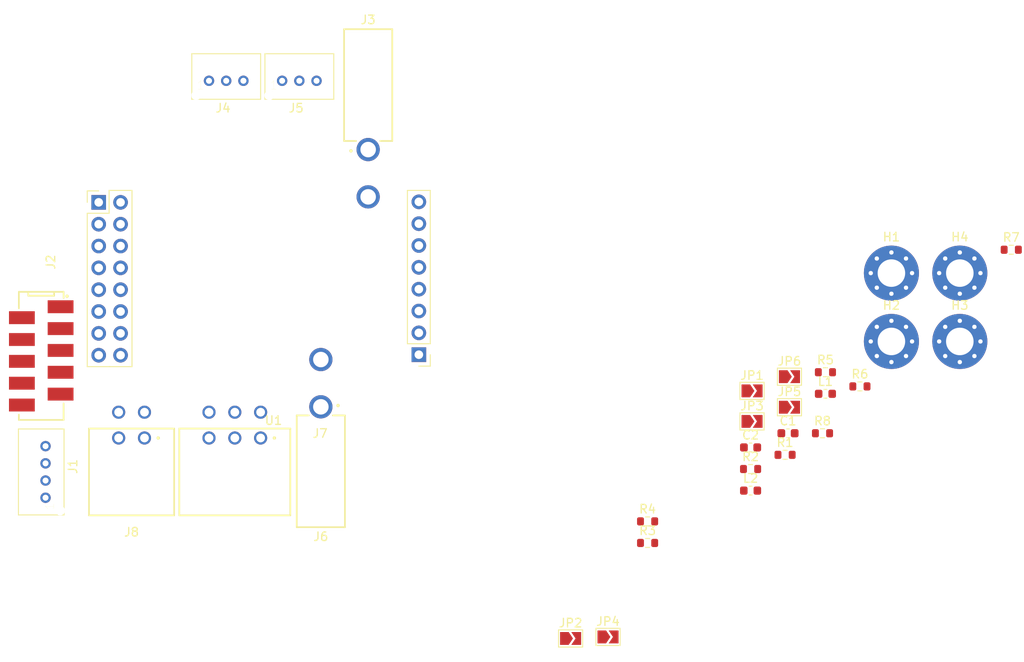
<source format=kicad_pcb>
(kicad_pcb (version 20211014) (generator pcbnew)
  (layers (0 "F.Cu" signal) (31 "B.Cu" signal) (34 "B.Paste" user) (35 "F.Paste" user) (36 "B.SilkS" user "B.Silkscreen") (37 "F.SilkS" user "F.Silkscreen") (38 "B.Mask" user) (39 "F.Mask" user) (44 "Edge.Cuts" user))
  (net 0 "")
  (net 1 "/EAO")
  (net 2 "GND")
  (net 3 "/EBO")
  (net 4 "/BUS_B")
  (net 5 "/BUS_A")
  (net 6 "+5V")
  (net 7 "/~{RST}")
  (net 8 "/~{AU}")
  (net 9 "+12V")
  (net 10 "+3.3V")
  (net 11 "VCC")
  (net 12 "Net-(J4-Pad2)")
  (net 13 "Net-(J4-Pad1)")
  (net 14 "Net-(J5-Pad2)")
  (net 15 "Net-(J5-Pad1)")
  (net 16 "/OUTB")
  (net 17 "/OUTA")
  (net 18 "/EBI")
  (net 19 "GNDA")
  (net 20 "/EAI")
  (net 21 "+5VA")
  (net 22 "/IN1")
  (net 23 "/IN2")
  (footprint "Jumper:SolderJumper-2_P1.3mm_Open_TrianglePad1.0x1.5mm" (layer "F.Cu") (at 134.53 141.87)
    (fp_text reference "JP2" (at 0 -1.8) (layer "F.SilkS"))
    (fp_text value "SolderJumper_2_Open")
    (fp_line (start 1.4 1) (end -1.4 1) (layer "F.SilkS") (width 0.12))
    (fp_line (start 1.4 -1) (end 1.4 1) (layer "F.SilkS") (width 0.12))
    (fp_line (start -1.4 1) (end -1.4 -1) (layer "F.SilkS") (width 0.12))
    (fp_line (start -1.4 -1) (end 1.4 -1) (layer "F.SilkS") (width 0.12))
    (pad "1" smd custom (at -0.725 0) (size 0.3 0.3) (layers "F.Cu" "F.Mask") (net 9 "+12V") (options (clearance outline) (anchor rect)) (primitives (gr_poly (pts (xy 1 0) (xy 0.5 0.75) (xy -0.5 0.75) (xy -0.5 -0.75) (xy 0.5 -0.75)) (width 0) (fill yes))))
    (pad "2" smd custom (at 0.725 0) (size 0.3 0.3) (layers "F.Cu" "F.Mask") (net 15 "Net-(J5-Pad1)") (options (clearance outline) (anchor rect)) (primitives (gr_poly (pts (xy 0.5 0.75) (xy -0.65 0.75) (xy -0.15 0) (xy -0.65 -0.75) (xy 0.5 -0.75)) (width 0) (fill yes))))
  )
  (footprint "MountingHole:MountingHole_3.2mm_M3_Pad_Via" (layer "F.Cu") (at 179.77 107.32)
    (fp_text reference "H3" (at 0 -4.2) (layer "F.SilkS"))
    (fp_text value "MountingHole_Pad")
    (pad "1" thru_hole circle (at -1.697056 1.697056) (size 0.8 0.8) (drill 0.5) (layers *.Cu *.Mask) (net 2 "GND"))
    (pad "1" thru_hole circle (at -1.697056 -1.697056) (size 0.8 0.8) (drill 0.5) (layers *.Cu *.Mask) (net 2 "GND"))
    (pad "1" thru_hole circle (at 1.697056 1.697056) (size 0.8 0.8) (drill 0.5) (layers *.Cu *.Mask) (net 2 "GND"))
    (pad "1" thru_hole circle (at 1.697056 -1.697056) (size 0.8 0.8) (drill 0.5) (layers *.Cu *.Mask) (net 2 "GND"))
    (pad "1" thru_hole circle (at -2.4 0) (size 0.8 0.8) (drill 0.5) (layers *.Cu *.Mask) (net 2 "GND"))
    (pad "1" thru_hole circle (at 0 0) (size 6.4 6.4) (drill 3.2) (layers *.Cu *.Mask) (net 2 "GND"))
    (pad "1" thru_hole circle (at 0 2.4) (size 0.8 0.8) (drill 0.5) (layers *.Cu *.Mask) (net 2 "GND"))
    (pad "1" thru_hole circle (at 0 -2.4) (size 0.8 0.8) (drill 0.5) (layers *.Cu *.Mask) (net 2 "GND"))
    (pad "1" thru_hole circle (at 2.4 0) (size 0.8 0.8) (drill 0.5) (layers *.Cu *.Mask) (net 2 "GND"))
  )
  (footprint "ConnectorsEvo:B03B-PASK" (layer "F.Cu") (at 94.5 77 180)
    (fp_text reference "J4" (at 0.365 -3.175) (layer "F.SilkS"))
    (fp_text value "Conn_01x03_Male")
    (fp_text user "1" (at 2.968 -0.5) (layer "F.SilkS") (effects (font (thickness 0.015))))
    (fp_line (start 4 -2.15) (end 4 3.15) (layer "F.SilkS") (width 0.12))
    (fp_line (start -4 3.15) (end -4 -2.15) (layer "F.SilkS") (width 0.12))
    (fp_line (start -4 -2.15) (end 4 -2.15) (layer "F.SilkS") (width 0.12))
    (fp_line (start 4 3.15) (end -4 3.15) (layer "F.SilkS") (width 0.12))
    (pad "" np_thru_hole circle locked (at 3.5 -1.7 180) (size 1.1 1.1) (drill 1.1) (layers *.Cu *.Mask))
    (pad "1" thru_hole circle locked (at 2 0 180) (size 1.208 1.208) (drill 0.7) (layers *.Cu *.Mask) (net 13 "Net-(J4-Pad1)"))
    (pad "2" thru_hole circle locked (at 0 0 180) (size 1.208 1.208) (drill 0.7) (layers *.Cu *.Mask) (net 12 "Net-(J4-Pad2)"))
    (pad "3" thru_hole circle locked (at -2 0 180) (size 1.208 1.208) (drill 0.7) (layers *.Cu *.Mask) (net 2 "GND"))
  )
  (footprint "ComponentsEvo:evo-motor-controller" (layer "F.Cu") (at 100 100)
    (fp_text reference "U1" (at 0 16.51) (layer "F.SilkS"))
    (fp_text value "evo-motor-controller")
    (fp_line (start -16.45 -10.25) (end -16.45 10.25) (layer "F.SilkS") (width 0.12))
    (fp_line (start -21.65 -8.86) (end -21.65 -10.19) (layer "F.SilkS") (width 0.12))
    (fp_line (start 15.561 7.59) (end 15.561 -10.25) (layer "F.SilkS") (width 0.12))
    (fp_line (start 18.221 -10.25) (end 15.561 -10.25) (layer "F.SilkS") (width 0.12))
    (fp_line (start -21.65 -7.59) (end -21.65 10.25) (layer "F.SilkS") (width 0.12))
    (fp_line (start -19.11 10.25) (end -16.45 10.25) (layer "F.SilkS") (width 0.12))
    (fp_line (start -21.65 -7.59) (end -19.11 -7.59) (layer "F.SilkS") (width 0.12))
    (fp_line (start -21.65 10.25) (end -18.99 10.25) (layer "F.SilkS") (width 0.12))
    (fp_line (start -19.11 -10.25) (end -16.45 -10.25) (layer "F.SilkS") (width 0.12))
    (fp_line (start 18.221 7.59) (end 15.561 7.59) (layer "F.SilkS") (width 0.12))
    (fp_line (start 18.221 8.86) (end 18.221 10.19) (layer "F.SilkS") (width 0.12))
    (fp_line (start 18.221 7.59) (end 18.221 -10.25) (layer "F.SilkS") (width 0.12))
    (fp_line (start -21.65 -10.19) (end -20.32 -10.19) (layer "F.SilkS") (width 0.12))
    (fp_line (start 18.221 10.19) (end 16.891 10.19) (layer "F.SilkS") (width 0.12))
    (fp_line (start -19.11 -7.59) (end -19.11 -10.25) (layer "F.SilkS") (width 0.12))
    (pad "1" thru_hole rect (at -20.32 -8.86) (size 1.7 1.7) (drill 1) (layers *.Cu *.Mask))
    (pad "2" thru_hole oval (at -20.32 -6.32) (size 1.7 1.7) (drill 1) (layers *.Cu *.Mask))
    (pad "3" thru_hole oval (at -20.32 -3.78) (size 1.7 1.7) (drill 1) (layers *.Cu *.Mask) (net 7 "/~{RST}"))
    (pad "4" thru_hole oval (at -20.32 -1.24) (size 1.7 1.7) (drill 1) (layers *.Cu *.Mask))
    (pad "5" thru_hole oval (at -20.32 1.3) (size 1.7 1.7) (drill 1) (layers *.Cu *.Mask) (net 5 "/BUS_A"))
    (pad "6" thru_hole oval (at -20.32 3.84) (size 1.7 1.7) (drill 1) (layers *.Cu *.Mask))
    (pad "7" thru_hole oval (at -20.32 6.38) (size 1.7 1.7) (drill 1) (layers *.Cu *.Mask) (net 2 "GND"))
    (pad "8" thru_hole oval (at -20.32 8.92) (size 1.7 1.7) (drill 1) (layers *.Cu *.Mask) (net 4 "/BUS_B"))
    (pad "9" thru_hole circle (at -17.78 -8.86) (size 1.7 1.7) (drill 1) (layers *.Cu *.Mask) (net 9 "+12V"))
    (pad "10" thru_hole oval (at -17.78 -6.32) (size 1.7 1.7) (drill 1) (layers *.Cu *.Mask) (net 6 "+5V"))
    (pad "11" thru_hole oval (at -17.78 -3.78) (size 1.7 1.7) (drill 1) (layers *.Cu *.Mask) (net 10 "+3.3V"))
    (pad "12" thru_hole oval (at -17.78 -1.24) (size 1.7 1.7) (drill 1) (layers *.Cu *.Mask) (net 22 "/IN1"))
    (pad "13" thru_hole oval (at -17.78 1.3) (size 1.7 1.7) (drill 1) (layers *.Cu *.Mask) (net 23 "/IN2"))
    (pad "14" thru_hole oval (at -17.78 3.84) (size 1.7 1.7) (drill 1) (layers *.Cu *.Mask) (net 1 "/EAO"))
    (pad "15" thru_hole oval (at -17.78 6.38) (size 1.7 1.7) (drill 1) (layers *.Cu *.Mask) (net 3 "/EBO"))
    (pad "16" thru_hole oval (at -17.78 8.92) (size 1.7 1.7) (drill 1) (layers *.Cu *.Mask) (net 8 "/~{AU}"))
    (pad "A" thru_hole oval (at 16.891 -8.92 180) (size 1.7 1.7) (drill 1) (layers *.Cu *.Mask) (net 2 "GND"))
    (pad "A" thru_hole oval (at 16.891 -6.38 180) (size 1.7 1.7) (drill 1) (layers *.Cu *.Mask) (net 2 "GND"))
    (pad "B" thru_hole oval (at 16.891 -1.3 180) (size 1.7 1.7) (drill 1) (layers *.Cu *.Mask) (net 17 "/OUTA"))
    (pad "B" thru_hole oval (at 16.891 -3.84 180) (size 1.7 1.7) (drill 1) (layers *.Cu *.Mask) (net 17 "/OUTA"))
    (pad "C" thru_hole oval (at 16.891 3.78 180) (size 1.7 1.7) (drill 1) (layers *.Cu *.Mask) (net 16 "/OUTB"))
    (pad "C" thru_hole oval (at 16.891 1.24 180) (size 1.7 1.7) (drill 1) (layers *.Cu *.Mask) (net 16 "/OUTB"))
    (pad "D" thru_hole oval (at 16.891 6.32 180) (size 1.7 1.7) (drill 1) (layers *.Cu *.Mask) (net 11 "VCC"))
    (pad "D" thru_hole rect (at 16.891 8.86 180) (size 1.7 1.7) (drill 1) (layers *.Cu *.Mask) (net 11 "VCC"))
  )
  (footprint "ConnectorsEvo:B03B-PASK" (layer "F.Cu") (at 103 77 180)
    (fp_text reference "J5" (at 0.365 -3.175) (layer "F.SilkS"))
    (fp_text value "Conn_01x03_Male")
    (fp_text user "1" (at 2.968 -0.5) (layer "F.SilkS") (effects (font (thickness 0.015))))
    (fp_line (start -4 3.15) (end -4 -2.15) (layer "F.SilkS") (width 0.12))
    (fp_line (start -4 -2.15) (end 4 -2.15) (layer "F.SilkS") (width 0.12))
    (fp_line (start 4 -2.15) (end 4 3.15) (layer "F.SilkS") (width 0.12))
    (fp_line (start 4 3.15) (end -4 3.15) (layer "F.SilkS") (width 0.12))
    (pad "" np_thru_hole circle locked (at 3.5 -1.7 180) (size 1.1 1.1) (drill 1.1) (layers *.Cu *.Mask))
    (pad "1" thru_hole circle locked (at 2 0 180) (size 1.208 1.208) (drill 0.7) (layers *.Cu *.Mask) (net 15 "Net-(J5-Pad1)"))
    (pad "2" thru_hole circle locked (at 0 0 180) (size 1.208 1.208) (drill 0.7) (layers *.Cu *.Mask) (net 14 "Net-(J5-Pad2)"))
    (pad "3" thru_hole circle locked (at -2 0 180) (size 1.208 1.208) (drill 0.7) (layers *.Cu *.Mask) (net 2 "GND"))
  )
  (footprint "ConnectorsEvo:649002227222" (layer "F.Cu") (at 105.5 122.425)
    (fp_text reference "J6" (at 0 7.6) (layer "F.SilkS"))
    (fp_text value "Conn_02x01")
    (fp_line (start -2.8 6.5) (end 2.8 6.5) (layer "F.SilkS") (width 0.2))
    (fp_line (start 2.8 -6.5) (end 1.4 -6.5) (layer "F.SilkS") (width 0.2))
    (fp_line (start -2.8 -6.5) (end -2.8 6.5) (layer "F.SilkS") (width 0.2))
    (fp_line (start -1.4 -6.5) (end -2.8 -6.5) (layer "F.SilkS") (width 0.2))
    (fp_line (start 2.8 6.5) (end 2.8 -6.5) (layer "F.SilkS") (width 0.2))
    (fp_circle (center 2 -7.65) (end 2.1 -7.65) (layer "F.SilkS") (width 0.2) (fill none))
    (pad "" np_thru_hole circle locked (at 0 -0.2) (size 3 3) (drill 3) (layers *.Cu *.Mask))
    (pad "1" thru_hole circle locked (at 0 -7.5) (size 2.7 2.7) (drill 1.8) (layers *.Cu *.Mask) (net 17 "/OUTA"))
    (pad "2" thru_hole circle locked (at 0 -13) (size 2.7 2.7) (drill 1.8) (layers *.Cu *.Mask) (net 16 "/OUTB"))
  )
  (footprint "Resistor_SMD:R_0603_1608Metric" (layer "F.Cu") (at 143.48 130.76)
    (fp_text reference "R3" (at 0 -1.43) (layer "F.SilkS"))
    (fp_text value "33k")
    (fp_line (start -0.237258 0.5225) (end 0.237258 0.5225) (layer "F.SilkS") (width 0.12))
    (fp_line (start -0.237258 -0.5225) (end 0.237258 -0.5225) (layer "F.SilkS") (width 0.12))
    (pad "1" smd roundrect (at -0.825 0) (size 0.8 0.95) (layers "F.Cu" "F.Paste" "F.Mask") (net 20 "/EAI"))
    (pad "2" smd roundrect (at 0.825 0) (size 0.8 0.95) (layers "F.Cu" "F.Paste" "F.Mask") (net 2 "GND"))
  )
  (footprint "Inductor_SMD:L_0603_1608Metric" (layer "F.Cu") (at 155.45 124.67)
    (fp_text reference "L2" (at 0 -1.43) (layer "F.SilkS"))
    (fp_text value "3.3 uH")
    (fp_line (start -0.162779 -0.51) (end 0.162779 -0.51) (layer "F.SilkS") (width 0.12))
    (fp_line (start -0.162779 0.51) (end 0.162779 0.51) (layer "F.SilkS") (width 0.12))
    (pad "1" smd roundrect (at -0.7875 0) (size 0.875 0.95) (layers "F.Cu" "F.Paste" "F.Mask") (net 2 "GND"))
    (pad "2" smd roundrect (at 0.7875 0) (size 0.875 0.95) (layers "F.Cu" "F.Paste" "F.Mask") (net 19 "GNDA"))
  )
  (footprint "ConnectorsEvo:690367281076" (layer "F.Cu") (at 73 109 -90)
    (fp_text reference "J2" (at -10.915 -1.108 90) (layer "F.SilkS"))
    (fp_text value "Conn_02x05_Odd_Even")
    (fp_line (start -7.45 2.6) (end -5.54 2.6) (layer "F.SilkS") (width 0.2))
    (fp_line (start -7.45 -2.6) (end -7.45 2.6) (layer "F.SilkS") (width 0.2))
    (fp_line (start -7 -1.5) (end -7 1.5) (layer "F.SilkS") (width 0.2))
    (fp_line (start 5.54 -2.6) (end 7.45 -2.6) (layer "F.SilkS") (width 0.2))
    (fp_line (start -7.4 -1.5) (end -7 -1.5) (layer "F.SilkS") (width 0.2))
    (fp_line (start 7.45 -2.6) (end 7.45 2.6) (layer "F.SilkS") (width 0.2))
    (fp_line (start 7.45 2.6) (end 6.84 2.6) (layer "F.SilkS") (width 0.2))
    (fp_line (start -7 1.5) (end -7.4 1.5) (layer "F.SilkS") (width 0.2))
    (fp_line (start -6.74 -2.6) (end -7.45 -2.6) (layer "F.SilkS") (width 0.2))
    (fp_circle (center -6.94 -3) (end -6.84 -3) (layer "F.SilkS") (width 0.2) (fill none))
    (pad "1" smd rect locked (at -5.715 -2.25 270) (size 1.5 3) (layers "F.Cu" "F.Paste" "F.Mask") (net 6 "+5V"))
    (pad "2" smd rect locked (at -4.445 2.25 270) (size 1.5 3) (layers "F.Cu" "F.Paste" "F.Mask") (net 9 "+12V"))
    (pad "3" smd rect locked (at -3.175 -2.25 270) (size 1.5 3) (layers "F.Cu" "F.Paste" "F.Mask") (net 6 "+5V"))
    (pad "4" smd rect locked (at -1.905 2.25 270) (size 1.5 3) (layers "F.Cu" "F.Paste" "F.Mask") (net 10 "+3.3V"))
    (pad "5" smd rect locked (at -0.635 -2.25 270) (size 1.5 3) (layers "F.Cu" "F.Paste" "F.Mask") (net 2 "GND"))
    (pad "6" smd rect locked (at 0.635 2.25 270) (size 1.5 3) (layers "F.Cu" "F.Paste" "F.Mask") (net 2 "GND"))
    (pad "7" smd rect locked (at 1.905 -2.25 270) (size 1.5 3) (layers "F.Cu" "F.Paste" "F.Mask") (net 5 "/BUS_A"))
    (pad "8" smd rect locked (at 3.175 2.25 270) (size 1.5 3) (layers "F.Cu" "F.Paste" "F.Mask") (net 8 "/~{AU}"))
    (pad "9" smd rect locked (at 4.445 -2.25 270) (size 1.5 3) (layers "F.Cu" "F.Paste" "F.Mask") (net 4 "/BUS_B"))
    (pad "10" smd rect locked (at 5.715 2.25 270) (size 1.5 3) (layers "F.Cu" "F.Paste" "F.Mask") (net 7 "/~{RST}"))
  )
  (footprint "Capacitor_SMD:C_0603_1608Metric" (layer "F.Cu") (at 159.8 118)
    (fp_text reference "C1" (at 0 -1.43) (layer "F.SilkS"))
    (fp_text value "1nF")
    (fp_line (start -0.14058 0.51) (end 0.14058 0.51) (layer "F.SilkS") (width 0.12))
    (fp_line (start -0.14058 -0.51) (end 0.14058 -0.51) (layer "F.SilkS") (width 0.12))
    (pad "1" smd roundrect (at -0.775 0) (size 0.9 0.95) (layers "F.Cu" "F.Paste" "F.Mask") (net 1 "/EAO"))
    (pad "2" smd roundrect (at 0.775 0) (size 0.9 0.95) (layers "F.Cu" "F.Paste" "F.Mask") (net 2 "GND"))
  )
  (footprint "Resistor_SMD:R_0603_1608Metric" (layer "F.Cu") (at 159.46 120.51)
    (fp_text reference "R1" (at 0 -1.43) (layer "F.SilkS"))
    (fp_text value "470")
    (fp_line (start -0.237258 -0.5225) (end 0.237258 -0.5225) (layer "F.SilkS") (width 0.12))
    (fp_line (start -0.237258 0.5225) (end 0.237258 0.5225) (layer "F.SilkS") (width 0.12))
    (pad "1" smd roundrect (at -0.825 0) (size 0.8 0.95) (layers "F.Cu" "F.Paste" "F.Mask") (net 1 "/EAO"))
    (pad "2" smd roundrect (at 0.825 0) (size 0.8 0.95) (layers "F.Cu" "F.Paste" "F.Mask") (net 20 "/EAI"))
  )
  (footprint "Jumper:SolderJumper-2_P1.3mm_Open_TrianglePad1.0x1.5mm" (layer "F.Cu") (at 155.62 113.07)
    (fp_text reference "JP1" (at 0 -1.8) (layer "F.SilkS"))
    (fp_text value "SolderJumper_2_Open")
    (fp_line (start -1.4 1) (end -1.4 -1) (layer "F.SilkS") (width 0.12))
    (fp_line (start -1.4 -1) (end 1.4 -1) (layer "F.SilkS") (width 0.12))
    (fp_line (start 1.4 -1) (end 1.4 1) (layer "F.SilkS") (width 0.12))
    (fp_line (start 1.4 1) (end -1.4 1) (layer "F.SilkS") (width 0.12))
    (pad "1" smd custom (at -0.725 0) (size 0.3 0.3) (layers "F.Cu" "F.Mask") (net 9 "+12V") (options (clearance outline) (anchor rect)) (primitives (gr_poly (pts (xy 1 0) (xy 0.5 0.75) (xy -0.5 0.75) (xy -0.5 -0.75) (xy 0.5 -0.75)) (width 0) (fill yes))))
    (pad "2" smd custom (at 0.725 0) (size 0.3 0.3) (layers "F.Cu" "F.Mask") (net 13 "Net-(J4-Pad1)") (options (clearance outline) (anchor rect)) (primitives (gr_poly (pts (xy 0.5 0.75) (xy -0.65 0.75) (xy -0.15 0) (xy -0.65 -0.75) (xy 0.5 -0.75)) (width 0) (fill yes))))
  )
  (footprint "Jumper:SolderJumper-2_P1.3mm_Open_TrianglePad1.0x1.5mm" (layer "F.Cu") (at 155.62 116.62)
    (fp_text reference "JP3" (at 0 -1.8) (layer "F.SilkS"))
    (fp_text value "SolderJumper_2_Open")
    (fp_line (start -1.4 -1) (end 1.4 -1) (layer "F.SilkS") (width 0.12))
    (fp_line (start 1.4 1) (end -1.4 1) (layer "F.SilkS") (width 0.12))
    (fp_line (start 1.4 -1) (end 1.4 1) (layer "F.SilkS") (width 0.12))
    (fp_line (start -1.4 1) (end -1.4 -1) (layer "F.SilkS") (width 0.12))
    (pad "1" smd custom (at -0.725 0) (size 0.3 0.3) (layers "F.Cu" "F.Mask") (net 6 "+5V") (options (clearance outline) (anchor rect)) (primitives (gr_poly (pts (xy 1 0) (xy 0.5 0.75) (xy -0.5 0.75) (xy -0.5 -0.75) (xy 0.5 -0.75)) (width 0) (fill yes))))
    (pad "2" smd custom (at 0.725 0) (size 0.3 0.3) (layers "F.Cu" "F.Mask") (net 13 "Net-(J4-Pad1)") (options (clearance outline) (anchor rect)) (primitives (gr_poly (pts (xy 0.5 0.75) (xy -0.65 0.75) (xy -0.15 0) (xy -0.65 -0.75) (xy 0.5 -0.75)) (width 0) (fill yes))))
  )
  (footprint "Resistor_SMD:R_0603_1608Metric" (layer "F.Cu") (at 168.16 112.55)
    (fp_text reference "R6" (at 0 -1.43) (layer "F.SilkS"))
    (fp_text value "R")
    (fp_line (start -0.237258 -0.5225) (end 0.237258 -0.5225) (layer "F.SilkS") (width 0.12))
    (fp_line (start -0.237258 0.5225) (end 0.237258 0.5225) (layer "F.SilkS") (width 0.12))
    (pad "1" smd roundrect (at -0.825 0) (size 0.8 0.95) (layers "F.Cu" "F.Paste" "F.Mask") (net 14 "Net-(J5-Pad2)"))
    (pad "2" smd roundrect (at 0.825 0) (size 0.8 0.95) (layers "F.Cu" "F.Paste" "F.Mask") (net 23 "/IN2"))
  )
  (footprint "Capacitor_SMD:C_0603_1608Metric" (layer "F.Cu") (at 155.45 119.65)
    (fp_text reference "C2" (at 0 -1.43) (layer "F.SilkS"))
    (fp_text value "1nF")
    (fp_line (start -0.14058 0.51) (end 0.14058 0.51) (layer "F.SilkS") (width 0.12))
    (fp_line (start -0.14058 -0.51) (end 0.14058 -0.51) (layer "F.SilkS") (width 0.12))
    (pad "1" smd roundrect (at -0.775 0) (size 0.9 0.95) (layers "F.Cu" "F.Paste" "F.Mask") (net 3 "/EBO"))
    (pad "2" smd roundrect (at 0.775 0) (size 0.9 0.95) (layers "F.Cu" "F.Paste" "F.Mask") (net 2 "GND"))
  )
  (footprint "Resistor_SMD:R_0603_1608Metric" (layer "F.Cu") (at 163.81 118)
    (fp_text reference "R8" (at 0 -1.43) (layer "F.SilkS"))
    (fp_text value "R")
    (fp_line (start -0.237258 0.5225) (end 0.237258 0.5225) (layer "F.SilkS") (width 0.12))
    (fp_line (start -0.237258 -0.5225) (end 0.237258 -0.5225) (layer "F.SilkS") (width 0.12))
    (pad "1" smd roundrect (at -0.825 0) (size 0.8 0.95) (layers "F.Cu" "F.Paste" "F.Mask") (net 23 "/IN2"))
    (pad "2" smd roundrect (at 0.825 0) (size 0.8 0.95) (layers "F.Cu" "F.Paste" "F.Mask") (net 2 "GND"))
  )
  (footprint "Resistor_SMD:R_0603_1608Metric" (layer "F.Cu") (at 185.75 96.65)
    (fp_text reference "R7" (at 0 -1.43) (layer "F.SilkS"))
    (fp_text value "R")
    (fp_line (start -0.237258 0.5225) (end 0.237258 0.5225) (layer "F.SilkS") (width 0.12))
    (fp_line (start -0.237258 -0.5225) (end 0.237258 -0.5225) (layer "F.SilkS") (width 0.12))
    (pad "1" smd roundrect (at -0.825 0) (size 0.8 0.95) (layers "F.Cu" "F.Paste" "F.Mask") (net 22 "/IN1"))
    (pad "2" smd roundrect (at 0.825 0) (size 0.8 0.95) (layers "F.Cu" "F.Paste" "F.Mask") (net 2 "GND"))
  )
  (footprint "MountingHole:MountingHole_3.2mm_M3_Pad_Via" (layer "F.Cu") (at 171.82 107.32)
    (fp_text reference "H2" (at 0 -4.2) (layer "F.SilkS"))
    (fp_text value "MountingHole_Pad")
    (pad "1" thru_hole circle (at -1.697056 1.697056) (size 0.8 0.8) (drill 0.5) (layers *.Cu *.Mask) (net 2 "GND"))
    (pad "1" thru_hole circle (at 0 -2.4) (size 0.8 0.8) (drill 0.5) (layers *.Cu *.Mask) (net 2 "GND"))
    (pad "1" thru_hole circle (at 1.697056 1.697056) (size 0.8 0.8) (drill 0.5) (layers *.Cu *.Mask) (net 2 "GND"))
    (pad "1" thru_hole circle (at -2.4 0) (size 0.8 0.8) (drill 0.5) (layers *.Cu *.Mask) (net 2 "GND"))
    (pad "1" thru_hole circle (at 0 0) (size 6.4 6.4) (drill 3.2) (layers *.Cu *.Mask) (net 2 "GND"))
    (pad "1" thru_hole circle (at 0 2.4) (size 0.8 0.8) (drill 0.5) (layers *.Cu *.Mask) (net 2 "GND"))
    (pad "1" thru_hole circle (at 1.697056 -1.697056) (size 0.8 0.8) (drill 0.5) (layers *.Cu *.Mask) (net 2 "GND"))
    (pad "1" thru_hole circle (at -1.697056 -1.697056) (size 0.8 0.8) (drill 0.5) (layers *.Cu *.Mask) (net 2 "GND"))
    (pad "1" thru_hole circle (at 2.4 0) (size 0.8 0.8) (drill 0.5) (layers *.Cu *.Mask) (net 2 "GND"))
  )
  (footprint "Jumper:SolderJumper-2_P1.3mm_Open_TrianglePad1.0x1.5mm" (layer "F.Cu") (at 138.88 141.69)
    (fp_text reference "JP4" (at 0 -1.8) (layer "F.SilkS"))
    (fp_text value "SolderJumper_2_Open")
    (fp_line (start 1.4 -1) (end 1.4 1) (layer "F.SilkS") (width 0.12))
    (fp_line (start -1.4 -1) (end 1.4 -1) (layer "F.SilkS") (width 0.12))
    (fp_line (start 1.4 1) (end -1.4 1) (layer "F.SilkS") (width 0.12))
    (fp_line (start -1.4 1) (end -1.4 -1) (layer "F.SilkS") (width 0.12))
    (pad "1" smd custom (at -0.725 0) (size 0.3 0.3) (layers "F.Cu" "F.Mask") (net 6 "+5V") (options (clearance outline) (anchor rect)) (primitives (gr_poly (pts (xy 1 0) (xy 0.5 0.75) (xy -0.5 0.75) (xy -0.5 -0.75) (xy 0.5 -0.75)) (width 0) (fill yes))))
    (pad "2" smd custom (at 0.725 0) (size 0.3 0.3) (layers "F.Cu" "F.Mask") (net 15 "Net-(J5-Pad1)") (options (clearance outline) (anchor rect)) (primitives (gr_poly (pts (xy 0.5 0.75) (xy -0.65 0.75) (xy -0.15 0) (xy -0.65 -0.75) (xy 0.5 -0.75)) (width 0) (fill yes))))
  )
  (footprint "Resistor_SMD:R_0603_1608Metric" (layer "F.Cu") (at 143.48 128.25)
    (fp_text reference "R4" (at 0 -1.43) (layer "F.SilkS"))
    (fp_text value "33k")
    (fp_line (start -0.237258 0.5225) (end 0.237258 0.5225) (layer "F.SilkS") (width 0.12))
    (fp_line (start -0.237258 -0.5225) (end 0.237258 -0.5225) (layer "F.SilkS") (width 0.12))
    (pad "1" smd roundrect (at -0.825 0) (size 0.8 0.95) (layers "F.Cu" "F.Paste" "F.Mask") (net 18 "/EBI"))
    (pad "2" smd roundrect (at 0.825 0) (size 0.8 0.95) (layers "F.Cu" "F.Paste" "F.Mask") (net 2 "GND"))
  )
  (footprint "MountingHole:MountingHole_3.2mm_M3_Pad_Via" (layer "F.Cu") (at 179.77 99.37)
    (fp_text reference "H4" (at 0 -4.2) (layer "F.SilkS"))
    (fp_text value "MountingHole_Pad")
    (pad "1" thru_hole circle (at 0 -2.4) (size 0.8 0.8) (drill 0.5) (layers *.Cu *.Mask) (net 2 "GND"))
    (pad "1" thru_hole circle (at 1.697056 1.697056) (size 0.8 0.8) (drill 0.5) (layers *.Cu *.Mask) (net 2 "GND"))
    (pad "1" thru_hole circle (at -1.697056 -1.697056) (size 0.8 0.8) (drill 0.5) (layers *.Cu *.Mask) (net 2 "GND"))
    (pad "1" thru_hole circle (at -2.4 0) (size 0.8 0.8) (drill 0.5) (layers *.Cu *.Mask) (net 2 "GND"))
    (pad "1" thru_hole circle (at -1.697056 1.697056) (size 0.8 0.8) (drill 0.5) (layers *.Cu *.Mask) (net 2 "GND"))
    (pad "1" thru_hole circle (at 0 0) (size 6.4 6.4) (drill 3.2) (layers *.Cu *.Mask) (net 2 "GND"))
    (pad "1" thru_hole circle (at 0 2.4) (size 0.8 0.8) (drill 0.5) (layers *.Cu *.Mask) (net 2 "GND"))
    (pad "1" thru_hole circle (at 2.4 0) (size 0.8 0.8) (drill 0.5) (layers *.Cu *.Mask) (net 2 "GND"))
    (pad "1" thru_hole circle (at 1.697056 -1.697056) (size 0.8 0.8) (drill 0.5) (layers *.Cu *.Mask) (net 2 "GND"))
  )
  (footprint "Resistor_SMD:R_0603_1608Metric" (layer "F.Cu") (at 155.45 122.16)
    (fp_text reference "R2" (at 0 -1.43) (layer "F.SilkS"))
    (fp_text value "470")
    (fp_line (start -0.237258 0.5225) (end 0.237258 0.5225) (layer "F.SilkS") (width 0.12))
    (fp_line (start -0.237258 -0.5225) (end 0.237258 -0.5225) (layer "F.SilkS") (width 0.12))
    (pad "1" smd roundrect (at -0.825 0) (size 0.8 0.95) (layers "F.Cu" "F.Paste" "F.Mask") (net 3 "/EBO"))
    (pad "2" smd roundrect (at 0.825 0) (size 0.8 0.95) (layers "F.Cu" "F.Paste" "F.Mask") (net 18 "/EBI"))
  )
  (footprint "ConnectorsEvo:66200621022" (layer "F.Cu") (at 95.5 122.5)
    (fp_text reference "J7" (at 9.92 -4.483) (layer "F.SilkS"))
    (fp_text value "Conn_02x03_Counter_Clockwise")
    (fp_line (start -6.45 -5.05) (end 6.45 -5.05) (layer "F.SilkS") (width 0.2))
    (fp_line (start 6.45 -5.05) (end 6.45 5.05) (layer "F.SilkS") (width 0.2))
    (fp_line (start -6.45 5.05) (end -6.45 -5.05) (layer "F.SilkS") (width 0.2))
    (fp_line (start 6.45 5.05) (end -6.45 5.05) (layer "F.SilkS") (width 0.2))
    (fp_circle (center 4.6 -3.95) (end 4.7 -3.95) (layer "F.SilkS") (width 0.2) (fill none))
    (pad "" np_thru_hole circle locked (at 0 0.35) (size 3 3) (drill 3) (layers *.Cu *.Mask))
    (pad "1" thru_hole circle locked (at 3 -3.95) (size 1.53 1.53) (drill 1.02) (layers *.Cu *.Mask) (net 17 "/OUTA"))
    (pad "2" thru_hole circle locked (at 0 -3.95) (size 1.53 1.53) (drill 1.02) (layers *.Cu *.Mask) (net 16 "/OUTB"))
    (pad "3" thru_hole circle locked (at -3 -3.95) (size 1.53 1.53) (drill 1.02) (layers *.Cu *.Mask) (net 19 "GNDA"))
    (pad "4" thru_hole circle locked (at 3 -6.95) (size 1.53 1.53) (drill 1.02) (layers *.Cu *.Mask) (net 21 "+5VA"))
    (pad "5" thru_hole circle locked (at 0 -6.95) (size 1.53 1.53) (drill 1.02) (layers *.Cu *.Mask) (net 20 "/EAI"))
    (pad "6" thru_hole circle locked (at -3 -6.95) (size 1.53 1.53) (drill 1.02) (layers *.Cu *.Mask) (net 18 "/EBI"))
  )
  (footprint "Jumper:SolderJumper-2_P1.3mm_Open_TrianglePad1.0x1.5mm" (layer "F.Cu") (at 159.97 111.42)
    (fp_text reference "JP6" (at 0 -1.8) (layer "F.SilkS"))
    (fp_text value "SolderJumper_2_Open")
    (fp_line (start 1.4 1) (end -1.4 1) (layer "F.SilkS") (width 0.12))
    (fp_line (start -1.4 -1) (end 1.4 -1) (layer "F.SilkS") (width 0.12))
    (fp_line (start 1.4 -1) (end 1.4 1) (layer "F.SilkS") (width 0.12))
    (fp_line (start -1.4 1) (end -1.4 -1) (layer "F.SilkS") (width 0.12))
    (pad "1" smd custom (at -0.725 0) (size 0.3 0.3) (layers "F.Cu" "F.Mask") (net 10 "+3.3V") (options (clearance outline) (anchor rect)) (primitives (gr_poly (pts (xy 1 0) (xy 0.5 0.75) (xy -0.5 0.75) (xy -0.5 -0.75) (xy 0.5 -0.75)) (width 0) (fill yes))))
    (pad "2" smd custom (at 0.725 0) (size 0.3 0.3) (layers "F.Cu" "F.Mask") (net 15 "Net-(J5-Pad1)") (options (clearance outline) (anchor rect)) (primitives (gr_poly (pts (xy 0.5 0.75) (xy -0.65 0.75) (xy -0.15 0) (xy -0.65 -0.75) (xy 0.5 -0.75)) (width 0) (fill yes))))
  )
  (footprint "Resistor_SMD:R_0603_1608Metric" (layer "F.Cu") (at 164.15 110.9)
    (fp_text reference "R5" (at 0 -1.43) (layer "F.SilkS"))
    (fp_text value "R")
    (fp_line (start -0.237258 -0.5225) (end 0.237258 -0.5225) (layer "F.SilkS") (width 0.12))
    (fp_line (start -0.237258 0.5225) (end 0.237258 0.5225) (layer "F.SilkS") (width 0.12))
    (pad "1" smd roundrect (at -0.825 0) (size 0.8 0.95) (layers "F.Cu" "F.Paste" "F.Mask") (net 12 "Net-(J4-Pad2)"))
    (pad "2" smd roundrect (at 0.825 0) (size 0.8 0.95) (layers "F.Cu" "F.Paste" "F.Mask") (net 22 "/IN1"))
  )
  (footprint "ConnectorsEvo:66200421022" (layer "F.Cu") (at 83.5 122.5)
    (fp_text reference "J8" (at 0 7) (layer "F.SilkS"))
    (fp_text value "Conn_02x02_Counter_Clockwise")
    (fp_line (start -4.95 -5.05) (end 4.95 -5.05) (layer "F.SilkS") (width 0.2))
    (fp_line (start 4.95 5.05) (end -4.95 5.05) (layer "F.SilkS") (width 0.2))
    (fp_line (start -4.95 5.05) (end -4.95 -5.05) (layer "F.SilkS") (width 0.2))
    (fp_line (start 4.95 -5.05) (end 4.95 5.05) (layer "F.SilkS") (width 0.2))
    (fp_circle (center 3.1 -3.95) (end 3.2 -3.95) (layer "F.SilkS") (width 0.2) (fill none))
    (pad "" np_thru_hole circle locked (at 0 0.35) (size 3 3) (drill 3) (layers *.Cu *.Mask))
    (pad "1" thru_hole circle locked (at 1.5 -3.95) (size 1.53 1.53) (drill 1.02) (layers *.Cu *.Mask) (net 21 "+5VA"))
    (pad "2" thru_hole circle locked (at -1.5 -3.95) (size 1.53 1.53) (drill 1.02) (layers *.Cu *.Mask) (net 20 "/EAI"))
    (pad "3" thru_hole circle locked (at 1.5 -6.95) (size 1.53 1.53) (drill 1.02) (layers *.Cu *.Mask) (net 18 "/EBI"))
    (pad "4" thru_hole circle locked (at -1.5 -6.95) (size 1.53 1.53) (drill 1.02) (layers *.Cu *.Mask) (net 19 "GNDA"))
  )
  (footprint "MountingHole:MountingHole_3.2mm_M3_Pad_Via" (layer "F.Cu") (at 171.82 99.37)
    (fp_text reference "H1" (at 0 -4.2) (layer "F.SilkS"))
    (fp_text value "MountingHole_Pad")
    (pad "1" thru_hole circle (at -1.697056 -1.697056) (size 0.8 0.8) (drill 0.5) (layers *.Cu *.Mask) (net 2 "GND"))
    (pad "1" thru_hole circle (at 0 0) (size 6.4 6.4) (drill 3.2) (layers *.Cu *.Mask) (net 2 "GND"))
    (pad "1" thru_hole circle (at 1.697056 1.697056) (size 0.8 0.8) (drill 0.5) (layers *.Cu *.Mask) (net 2 "GND"))
    (pad "1" thru_hole circle (at 2.4 0) (size 0.8 0.8) (drill 0.5) (layers *.Cu *.Mask) (net 2 "GND"))
    (pad "1" thru_hole circle (at 0 -2.4) (size 0.8 0.8) (drill 0.5) (layers *.Cu *.Mask) (net 2 "GND"))
    (pad "1" thru_hole circle (at -1.697056 1.697056) (size 0.8 0.8) (drill 0.5) (layers *.Cu *.Mask) (net 2 "GND"))
    (pad "1" thru_hole circle (at 0 2.4) (size 0.8 0.8) (drill 0.5) (layers *.Cu *.Mask) (net 2 "GND"))
    (pad "1" thru_hole circle (at 1.697056 -1.697056) (size 0.8 0.8) (drill 0.5) (layers *.Cu *.Mask) (net 2 "GND"))
    (pad "1" thru_hole circle (at -2.4 0) (size 0.8 0.8) (drill 0.5) (layers *.Cu *.Mask) (net 2 "GND"))
  )
  (footprint "Jumper:SolderJumper-2_P1.3mm_Open_TrianglePad1.0x1.5mm" (layer "F.Cu") (at 159.97 114.97)
    (fp_text reference "JP5" (at 0 -1.8) (layer "F.SilkS"))
    (fp_text value "SolderJumper_2_Open")
    (fp_line (start 1.4 -1) (end 1.4 1) (layer "F.SilkS") (width 0.12))
    (fp_line (start 1.4 1) (end -1.4 1) (layer "F.SilkS") (width 0.12))
    (fp_line (start -1.4 -1) (end 1.4 -1) (layer "F.SilkS") (width 0.12))
    (fp_line (start -1.4 1) (end -1.4 -1) (layer "F.SilkS") (width 0.12))
    (pad "1" smd custom (at -0.725 0) (size 0.3 0.3) (layers "F.Cu" "F.Mask") (net 10 "+3.3V") (options (clearance outline) (anchor rect)) (primitives (gr_poly (pts (xy 1 0) (xy 0.5 0.75) (xy -0.5 0.75) (xy -0.5 -0.75) (xy 0.5 -0.75)) (width 0) (fill yes))))
    (pad "2" smd custom (at 0.725 0) (size 0.3 0.3) (layers "F.Cu" "F.Mask") (net 13 "Net-(J4-Pad1)") (options (clearance outline) (anchor rect)) (primitives (gr_poly (pts (xy 0.5 0.75) (xy -0.65 0.75) (xy -0.15 0) (xy -0.65 -0.75) (xy 0.5 -0.75)) (width 0) (fill yes))))
  )
  (footprint "ConnectorsEvo:B04B-PASK" (layer "F.Cu") (at 73.5 122.5 -90)
    (fp_text reference "J1" (at -0.635 -3.175 90) (layer "F.SilkS"))
    (fp_text value "Conn_01x04_Male")
    (fp_text user "1" (at 4 -0.5 90) (layer "F.SilkS") (effects (font (thickness 0.015))))
    (fp_line (start -5 3.15) (end 5 3.15) (layer "F.SilkS") (width 0.12))
    (fp_line (start 5 3.15) (end 5 -2.15) (layer "F.SilkS") (width 0.12))
    (fp_line (start -5 -2.15) (end -5 3.15) (layer "F.SilkS") (width 0.12))
    (fp_line (start 5 -2.15) (end -5 -2.15) (layer "F.SilkS") (width 0.12))
    (pad "" np_thru_hole circle locked (at 4.5 -1.7 270) (size 1.1 1.1) (drill 1.1) (layers *.Cu *.Mask))
    (pad "1" thru_hole circle locked (at 3 0 270) (size 1.208 1.208) (drill 0.7) (layers *.Cu *.Mask) (net 6 "+5V"))
    (pad "2" thru_hole circle locked (at 1 0 270) (size 1.208 1.208) (drill 0.7) (layers *.Cu *.Mask) (net 5 "/BUS_A"))
    (pad "3" thru_hole circle locked (at -1 0 270) (size 1.208 1.208) (drill 0.7) (layers *.Cu *.Mask) (net 4 "/BUS_B"))
    (pad "4" thru_hole circle locked (at -3 0 270) (size 1.208 1.208) (drill 0.7) (layers *.Cu *.Mask) (net 2 "GND"))
  )
  (footprint "ConnectorsEvo:649002227222" (layer "F.Cu") (at 111 77.5 180)
    (fp_text reference "J3" (at 0 7.6) (layer "F.SilkS"))
    (fp_text value "Conn_02x01")
    (fp_line (start -2.8 6.5) (end 2.8 6.5) (layer "F.SilkS") (width 0.2))
    (fp_line (start 2.8 -6.5) (end 1.4 -6.5) (layer "F.SilkS") (width 0.2))
    (fp_line (start 2.8 6.5) (end 2.8 -6.5) (layer "F.SilkS") (width 0.2))
    (fp_line (start -1.4 -6.5) (end -2.8 -6.5) (layer "F.SilkS") (width 0.2))
    (fp_line (start -2.8 -6.5) (end -2.8 6.5) (layer "F.SilkS") (width 0.2))
    (fp_circle (center 2 -7.65) (end 2.1 -7.65) (layer "F.SilkS") (width 0.2) (fill none))
    (pad "" np_thru_hole circle locked (at 0 -0.2 180) (size 3 3) (drill 3) (layers *.Cu *.Mask))
    (pad "1" thru_hole circle locked (at 0 -7.5 180) (size 2.7 2.7) (drill 1.8) (layers *.Cu *.Mask) (net 11 "VCC"))
    (pad "2" thru_hole circle locked (at 0 -13 180) (size 2.7 2.7) (drill 1.8) (layers *.Cu *.Mask) (net 2 "GND"))
  )
  (footprint "Inductor_SMD:L_0603_1608Metric" (layer "F.Cu") (at 164.15 113.41)
    (fp_text reference "L1" (at 0 -1.43) (layer "F.SilkS"))
    (fp_text value "3.3 uH")
    (fp_line (start -0.162779 -0.51) (end 0.162779 -0.51) (layer "F.SilkS") (width 0.12))
    (fp_line (start -0.162779 0.51) (end 0.162779 0.51) (layer "F.SilkS") (width 0.12))
    (pad "1" smd roundrect (at -0.7875 0) (size 0.875 0.95) (layers "F.Cu" "F.Paste" "F.Mask") (net 6 "+5V"))
    (pad "2" smd roundrect (at 0.7875 0) (size 0.875 0.95) (layers "F.Cu" "F.Paste" "F.Mask") (net 21 "+5VA"))
  )
)
</source>
